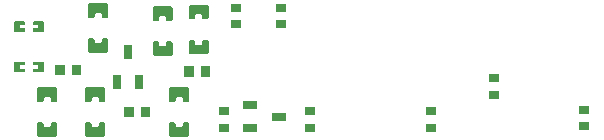
<source format=gtp>
G04 Layer: TopPasteMaskLayer*
G04 EasyEDA v6.4.25, 2021-11-26T00:29:10--8:00*
G04 0dbdd77669684f62939db12cf9e3c97e,10*
G04 Gerber Generator version 0.2*
G04 Scale: 100 percent, Rotated: No, Reflected: No *
G04 Dimensions in millimeters *
G04 leading zeros omitted , absolute positions ,4 integer and 5 decimal *
%FSLAX45Y45*%
%MOMM*%

%ADD14R,0.9000X0.8000*%
%ADD15R,0.7000X1.2500*%
%ADD16R,1.2500X0.7000*%

%LPD*%
G36*
X2643022Y-564591D02*
G01*
X2637993Y-569620D01*
X2637993Y-592378D01*
X2674975Y-592378D01*
X2674975Y-625398D01*
X2637993Y-625398D01*
X2637993Y-649579D01*
X2643022Y-654608D01*
X2722981Y-654608D01*
X2728010Y-649579D01*
X2728010Y-569620D01*
X2722981Y-564591D01*
G37*
G36*
X2484018Y-564591D02*
G01*
X2478989Y-569620D01*
X2478989Y-649579D01*
X2484018Y-654608D01*
X2563012Y-654608D01*
X2567990Y-649579D01*
X2567990Y-625398D01*
X2529992Y-625398D01*
X2529992Y-592378D01*
X2567990Y-592378D01*
X2567990Y-569620D01*
X2563012Y-564591D01*
G37*
G36*
X2643022Y-221691D02*
G01*
X2637993Y-226720D01*
X2637993Y-249478D01*
X2674975Y-249478D01*
X2674975Y-282498D01*
X2637993Y-282498D01*
X2637993Y-306679D01*
X2643022Y-311708D01*
X2722981Y-311708D01*
X2728010Y-306679D01*
X2728010Y-226720D01*
X2722981Y-221691D01*
G37*
G36*
X2484018Y-221691D02*
G01*
X2478989Y-226720D01*
X2478989Y-306679D01*
X2484018Y-311708D01*
X2563012Y-311708D01*
X2567990Y-306679D01*
X2567990Y-282498D01*
X2529992Y-282498D01*
X2529992Y-249478D01*
X2567990Y-249478D01*
X2567990Y-226720D01*
X2563012Y-221691D01*
G37*
G36*
X2680868Y-782370D02*
G01*
X2670860Y-792327D01*
X2670860Y-893114D01*
X2680868Y-903122D01*
X2716987Y-903122D01*
X2726994Y-893114D01*
X2726994Y-872032D01*
X2737002Y-862025D01*
X2774797Y-862025D01*
X2784805Y-872032D01*
X2784805Y-893114D01*
X2794812Y-903122D01*
X2830931Y-903122D01*
X2840939Y-893114D01*
X2840939Y-792327D01*
X2830931Y-782370D01*
G37*
G36*
X2680868Y-1078077D02*
G01*
X2670860Y-1088085D01*
X2670860Y-1188872D01*
X2680868Y-1198829D01*
X2830931Y-1198829D01*
X2840939Y-1188872D01*
X2840939Y-1088085D01*
X2830931Y-1078077D01*
X2794812Y-1078077D01*
X2784805Y-1088085D01*
X2784805Y-1109167D01*
X2774797Y-1119174D01*
X2737002Y-1119174D01*
X2726994Y-1109167D01*
X2726994Y-1088085D01*
X2716987Y-1078077D01*
G37*
G36*
X3087268Y-782370D02*
G01*
X3077260Y-792327D01*
X3077260Y-893114D01*
X3087268Y-903122D01*
X3123387Y-903122D01*
X3133394Y-893114D01*
X3133394Y-872032D01*
X3143402Y-862025D01*
X3181197Y-862025D01*
X3191205Y-872032D01*
X3191205Y-893114D01*
X3201212Y-903122D01*
X3237331Y-903122D01*
X3247339Y-893114D01*
X3247339Y-792327D01*
X3237331Y-782370D01*
G37*
G36*
X3087268Y-1078077D02*
G01*
X3077260Y-1088085D01*
X3077260Y-1188872D01*
X3087268Y-1198829D01*
X3237331Y-1198829D01*
X3247339Y-1188872D01*
X3247339Y-1088085D01*
X3237331Y-1078077D01*
X3201212Y-1078077D01*
X3191205Y-1088085D01*
X3191205Y-1109167D01*
X3181197Y-1119174D01*
X3143402Y-1119174D01*
X3133394Y-1109167D01*
X3133394Y-1088085D01*
X3123387Y-1078077D01*
G37*
G36*
X3798468Y-782370D02*
G01*
X3788460Y-792327D01*
X3788460Y-893114D01*
X3798468Y-903122D01*
X3834587Y-903122D01*
X3844594Y-893114D01*
X3844594Y-872032D01*
X3854602Y-862025D01*
X3892397Y-862025D01*
X3902405Y-872032D01*
X3902405Y-893114D01*
X3912412Y-903122D01*
X3948531Y-903122D01*
X3958539Y-893114D01*
X3958539Y-792327D01*
X3948531Y-782370D01*
G37*
G36*
X3798468Y-1078077D02*
G01*
X3788460Y-1088085D01*
X3788460Y-1188872D01*
X3798468Y-1198829D01*
X3948531Y-1198829D01*
X3958539Y-1188872D01*
X3958539Y-1088085D01*
X3948531Y-1078077D01*
X3912412Y-1078077D01*
X3902405Y-1088085D01*
X3902405Y-1109167D01*
X3892397Y-1119174D01*
X3854602Y-1119174D01*
X3844594Y-1109167D01*
X3844594Y-1088085D01*
X3834587Y-1078077D01*
G37*
G36*
X3112668Y-71170D02*
G01*
X3102660Y-81127D01*
X3102660Y-181914D01*
X3112668Y-191922D01*
X3148787Y-191922D01*
X3158794Y-181914D01*
X3158794Y-160832D01*
X3168802Y-150825D01*
X3206597Y-150825D01*
X3216605Y-160832D01*
X3216605Y-181914D01*
X3226612Y-191922D01*
X3262731Y-191922D01*
X3272739Y-181914D01*
X3272739Y-81127D01*
X3262731Y-71170D01*
G37*
G36*
X3112668Y-366877D02*
G01*
X3102660Y-376885D01*
X3102660Y-477672D01*
X3112668Y-487629D01*
X3262731Y-487629D01*
X3272739Y-477672D01*
X3272739Y-376885D01*
X3262731Y-366877D01*
X3226612Y-366877D01*
X3216605Y-376885D01*
X3216605Y-397967D01*
X3206597Y-407974D01*
X3168802Y-407974D01*
X3158794Y-397967D01*
X3158794Y-376885D01*
X3148787Y-366877D01*
G37*
G36*
X3658768Y-96570D02*
G01*
X3648760Y-106527D01*
X3648760Y-207314D01*
X3658768Y-217322D01*
X3694887Y-217322D01*
X3704894Y-207314D01*
X3704894Y-186232D01*
X3714902Y-176225D01*
X3752697Y-176225D01*
X3762705Y-186232D01*
X3762705Y-207314D01*
X3772712Y-217322D01*
X3808831Y-217322D01*
X3818839Y-207314D01*
X3818839Y-106527D01*
X3808831Y-96570D01*
G37*
G36*
X3658768Y-392277D02*
G01*
X3648760Y-402285D01*
X3648760Y-503072D01*
X3658768Y-513029D01*
X3808831Y-513029D01*
X3818839Y-503072D01*
X3818839Y-402285D01*
X3808831Y-392277D01*
X3772712Y-392277D01*
X3762705Y-402285D01*
X3762705Y-423367D01*
X3752697Y-433374D01*
X3714902Y-433374D01*
X3704894Y-423367D01*
X3704894Y-402285D01*
X3694887Y-392277D01*
G37*
G36*
X3963568Y-83870D02*
G01*
X3953560Y-93827D01*
X3953560Y-194614D01*
X3963568Y-204622D01*
X3999687Y-204622D01*
X4009694Y-194614D01*
X4009694Y-173532D01*
X4019702Y-163525D01*
X4057497Y-163525D01*
X4067505Y-173532D01*
X4067505Y-194614D01*
X4077512Y-204622D01*
X4113631Y-204622D01*
X4123639Y-194614D01*
X4123639Y-93827D01*
X4113631Y-83870D01*
G37*
G36*
X3963568Y-379577D02*
G01*
X3953560Y-389585D01*
X3953560Y-490372D01*
X3963568Y-500329D01*
X4113631Y-500329D01*
X4123639Y-490372D01*
X4123639Y-389585D01*
X4113631Y-379577D01*
X4077512Y-379577D01*
X4067505Y-389585D01*
X4067505Y-410667D01*
X4057497Y-420674D01*
X4019702Y-420674D01*
X4009694Y-410667D01*
X4009694Y-389585D01*
X3999687Y-379577D01*
G37*
G36*
X2963699Y-589998D02*
G01*
X3043699Y-589998D01*
X3043699Y-680001D01*
X2963699Y-680001D01*
G37*
G36*
X2823700Y-589998D02*
G01*
X2903700Y-589998D01*
X2903700Y-680001D01*
X2823700Y-680001D01*
G37*
G36*
X3547899Y-945598D02*
G01*
X3627899Y-945598D01*
X3627899Y-1035601D01*
X3547899Y-1035601D01*
G37*
G36*
X3407900Y-945598D02*
G01*
X3487900Y-945598D01*
X3487900Y-1035601D01*
X3407900Y-1035601D01*
G37*
D14*
G01*
X4254500Y-984097D03*
G01*
X4254500Y-1124102D03*
G36*
X4055899Y-602698D02*
G01*
X4135899Y-602698D01*
X4135899Y-692701D01*
X4055899Y-692701D01*
G37*
G36*
X3915900Y-602698D02*
G01*
X3995900Y-602698D01*
X3995900Y-692701D01*
X3915900Y-692701D01*
G37*
G01*
X4356100Y-107797D03*
G01*
X4356100Y-247802D03*
G01*
X4737100Y-107797D03*
G01*
X4737100Y-247802D03*
G01*
X4978400Y-984097D03*
G01*
X4978400Y-1124102D03*
G01*
X6540500Y-704697D03*
G01*
X6540500Y-844702D03*
G01*
X6007100Y-984097D03*
G01*
X6007100Y-1124102D03*
G01*
X7302500Y-971397D03*
G01*
X7302500Y-1111402D03*
D15*
G01*
X3441700Y-484631D03*
G01*
X3536695Y-734568D03*
G01*
X3346704Y-734568D03*
D16*
G01*
X4722368Y-1028700D03*
G01*
X4472431Y-1123695D03*
G01*
X4472431Y-933704D03*
M02*

</source>
